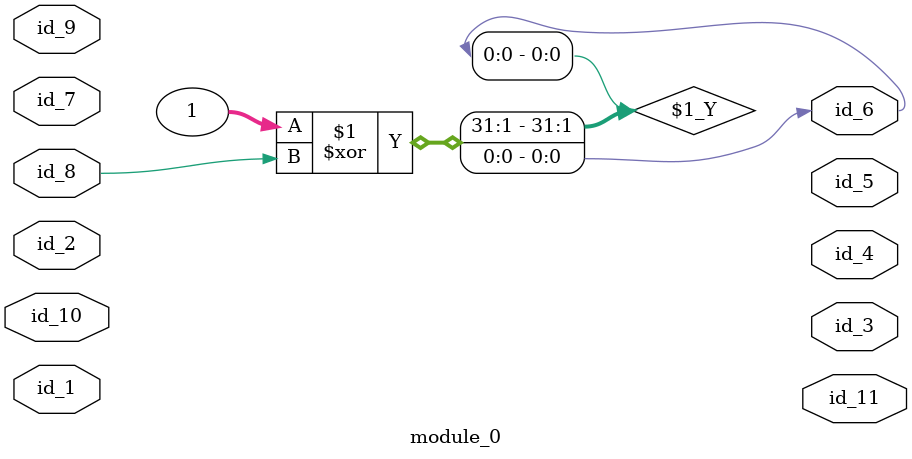
<source format=v>
module module_0 (
    id_1,
    id_2,
    id_3,
    id_4,
    id_5,
    id_6,
    id_7,
    id_8,
    id_9,
    id_10,
    id_11
);
  output id_11;
  input id_10;
  inout id_9;
  inout id_8;
  inout id_7;
  output id_6;
  output id_5;
  output id_4;
  output id_3;
  inout id_2;
  input id_1;
  assign id_6 = 1 ^ id_8;
endmodule

</source>
